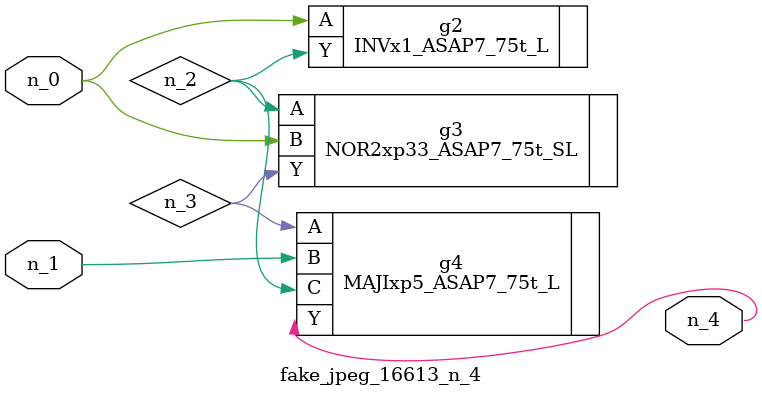
<source format=v>
module fake_jpeg_16613_n_4 (n_0, n_1, n_4);

input n_0;
input n_1;

output n_4;

wire n_2;
wire n_3;

INVx1_ASAP7_75t_L g2 ( 
.A(n_0),
.Y(n_2)
);

NOR2xp33_ASAP7_75t_SL g3 ( 
.A(n_2),
.B(n_0),
.Y(n_3)
);

MAJIxp5_ASAP7_75t_L g4 ( 
.A(n_3),
.B(n_1),
.C(n_2),
.Y(n_4)
);


endmodule
</source>
